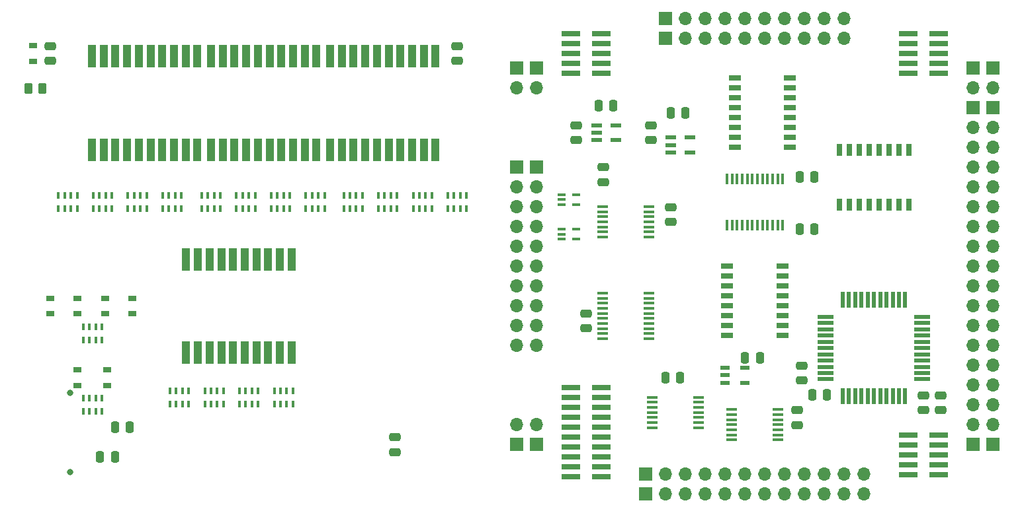
<source format=gbr>
%TF.GenerationSoftware,KiCad,Pcbnew,(6.0.5)*%
%TF.CreationDate,2022-08-09T14:26:54+02:00*%
%TF.ProjectId,MPU Signals,4d505520-5369-4676-9e61-6c732e6b6963,rev?*%
%TF.SameCoordinates,Original*%
%TF.FileFunction,Soldermask,Top*%
%TF.FilePolarity,Negative*%
%FSLAX46Y46*%
G04 Gerber Fmt 4.6, Leading zero omitted, Abs format (unit mm)*
G04 Created by KiCad (PCBNEW (6.0.5)) date 2022-08-09 14:26:54*
%MOMM*%
%LPD*%
G01*
G04 APERTURE LIST*
G04 Aperture macros list*
%AMRoundRect*
0 Rectangle with rounded corners*
0 $1 Rounding radius*
0 $2 $3 $4 $5 $6 $7 $8 $9 X,Y pos of 4 corners*
0 Add a 4 corners polygon primitive as box body*
4,1,4,$2,$3,$4,$5,$6,$7,$8,$9,$2,$3,0*
0 Add four circle primitives for the rounded corners*
1,1,$1+$1,$2,$3*
1,1,$1+$1,$4,$5*
1,1,$1+$1,$6,$7*
1,1,$1+$1,$8,$9*
0 Add four rect primitives between the rounded corners*
20,1,$1+$1,$2,$3,$4,$5,0*
20,1,$1+$1,$4,$5,$6,$7,0*
20,1,$1+$1,$6,$7,$8,$9,0*
20,1,$1+$1,$8,$9,$2,$3,0*%
G04 Aperture macros list end*
%ADD10R,1.700000X1.700000*%
%ADD11O,1.700000X1.700000*%
%ADD12R,0.425000X0.900000*%
%ADD13RoundRect,0.250000X0.475000X-0.250000X0.475000X0.250000X-0.475000X0.250000X-0.475000X-0.250000X0*%
%ADD14R,1.000000X3.000000*%
%ADD15RoundRect,0.250000X-0.475000X0.250000X-0.475000X-0.250000X0.475000X-0.250000X0.475000X0.250000X0*%
%ADD16R,1.000000X0.800000*%
%ADD17RoundRect,0.250000X0.250000X0.475000X-0.250000X0.475000X-0.250000X-0.475000X0.250000X-0.475000X0*%
%ADD18R,1.050000X0.400000*%
%ADD19R,1.475000X0.450000*%
%ADD20R,1.400000X0.600000*%
%ADD21RoundRect,0.250000X0.262500X0.450000X-0.262500X0.450000X-0.262500X-0.450000X0.262500X-0.450000X0*%
%ADD22R,2.400000X0.650000*%
%ADD23R,0.450000X1.475000*%
%ADD24RoundRect,0.250000X-0.250000X-0.475000X0.250000X-0.475000X0.250000X0.475000X-0.250000X0.475000X0*%
%ADD25R,0.650000X1.550000*%
%ADD26R,1.550000X0.650000*%
%ADD27R,1.250000X0.600000*%
%ADD28RoundRect,0.137500X0.137500X0.912500X-0.137500X0.912500X-0.137500X-0.912500X0.137500X-0.912500X0*%
%ADD29RoundRect,0.137500X0.912500X0.137500X-0.912500X0.137500X-0.912500X-0.137500X0.912500X-0.137500X0*%
%ADD30C,0.800000*%
G04 APERTURE END LIST*
D10*
%TO.C,J14*%
X146055000Y-77470000D03*
D11*
X148595000Y-77470000D03*
X151135000Y-77470000D03*
X153675000Y-77470000D03*
X156215000Y-77470000D03*
X158755000Y-77470000D03*
X161295000Y-77470000D03*
X163835000Y-77470000D03*
X166375000Y-77470000D03*
X168915000Y-77470000D03*
%TD*%
D10*
%TO.C,J13*%
X146055000Y-74930000D03*
D11*
X148595000Y-74930000D03*
X151135000Y-74930000D03*
X153675000Y-74930000D03*
X156215000Y-74930000D03*
X158755000Y-74930000D03*
X161295000Y-74930000D03*
X163835000Y-74930000D03*
X166375000Y-74930000D03*
X168915000Y-74930000D03*
%TD*%
D12*
%TO.C,RN13*%
X75177500Y-97575000D03*
X74377500Y-97575000D03*
X73577500Y-97575000D03*
X72777500Y-97575000D03*
X72777500Y-99275000D03*
X73577500Y-99275000D03*
X74377500Y-99275000D03*
X75177500Y-99275000D03*
%TD*%
D13*
%TO.C,C2*%
X134620000Y-90469000D03*
X134620000Y-88569000D03*
%TD*%
D12*
%TO.C,RN19*%
X118180000Y-99275000D03*
X118980000Y-99275000D03*
X119780000Y-99275000D03*
X120580000Y-99275000D03*
X120580000Y-97575000D03*
X119780000Y-97575000D03*
X118980000Y-97575000D03*
X118180000Y-97575000D03*
%TD*%
D14*
%TO.C,DS1*%
X84690000Y-117760000D03*
X86190000Y-117760000D03*
X87690000Y-117760000D03*
X89190000Y-117760000D03*
X90690000Y-117760000D03*
X92190000Y-117760000D03*
X93690000Y-117760000D03*
X95190000Y-117760000D03*
X96690000Y-117760000D03*
X98190000Y-117760000D03*
X98190000Y-105760000D03*
X96690000Y-105760000D03*
X95190000Y-105760000D03*
X93690000Y-105760000D03*
X92190000Y-105760000D03*
X90690000Y-105760000D03*
X89190000Y-105760000D03*
X87690000Y-105760000D03*
X86190000Y-105760000D03*
X84690000Y-105760000D03*
%TD*%
D15*
%TO.C,C14*%
X162877500Y-125113500D03*
X162877500Y-127013500D03*
%TD*%
D12*
%TO.C,RN15*%
X100012500Y-99275000D03*
X100812500Y-99275000D03*
X101612500Y-99275000D03*
X102412500Y-99275000D03*
X102412500Y-97575000D03*
X101612500Y-97575000D03*
X100812500Y-97575000D03*
X100012500Y-97575000D03*
%TD*%
D16*
%TO.C,LED8*%
X70802500Y-112760000D03*
X70802500Y-110760000D03*
%TD*%
D17*
%TO.C,C16*%
X147936500Y-120967500D03*
X146036500Y-120967500D03*
%TD*%
D18*
%TO.C,IC15*%
X132717500Y-97457500D03*
X132717500Y-98107500D03*
X132717500Y-98757500D03*
X134617500Y-98757500D03*
X134617500Y-97457500D03*
%TD*%
D12*
%TO.C,RN4*%
X71507500Y-116102500D03*
X72307500Y-116102500D03*
X73107500Y-116102500D03*
X73907500Y-116102500D03*
X73907500Y-114402500D03*
X73107500Y-114402500D03*
X72307500Y-114402500D03*
X71507500Y-114402500D03*
%TD*%
D19*
%TO.C,IC8*%
X144382000Y-123462500D03*
X144382000Y-124112500D03*
X144382000Y-124762500D03*
X144382000Y-125412500D03*
X144382000Y-126062500D03*
X144382000Y-126712500D03*
X144382000Y-127362500D03*
X150258000Y-127362500D03*
X150258000Y-126712500D03*
X150258000Y-126062500D03*
X150258000Y-125412500D03*
X150258000Y-124762500D03*
X150258000Y-124112500D03*
X150258000Y-123462500D03*
%TD*%
D12*
%TO.C,RN10*%
X77222500Y-99275000D03*
X78022500Y-99275000D03*
X78822500Y-99275000D03*
X79622500Y-99275000D03*
X79622500Y-97575000D03*
X78822500Y-97575000D03*
X78022500Y-97575000D03*
X77222500Y-97575000D03*
%TD*%
D20*
%TO.C,IC17*%
X146705000Y-90172500D03*
X146705000Y-91122500D03*
X146705000Y-92072500D03*
X149205000Y-92072500D03*
X149205000Y-90172500D03*
%TD*%
D21*
%TO.C,R3*%
X66317500Y-83830000D03*
X64492500Y-83830000D03*
%TD*%
D13*
%TO.C,C19*%
X138112500Y-95866500D03*
X138112500Y-93966500D03*
%TD*%
D22*
%TO.C,J22*%
X177120000Y-76860000D03*
X177120000Y-78130000D03*
X177120000Y-79400000D03*
X177120000Y-80670000D03*
X177120000Y-81940000D03*
X181020000Y-81940000D03*
X181020000Y-80670000D03*
X181020000Y-79400000D03*
X181020000Y-78130000D03*
X181020000Y-76860000D03*
%TD*%
%TO.C,J20*%
X133940000Y-122237500D03*
X133940000Y-123507500D03*
X133940000Y-124777500D03*
X133940000Y-126047500D03*
X133940000Y-127317500D03*
X133940000Y-128587500D03*
X133940000Y-129857500D03*
X133940000Y-131127500D03*
X133940000Y-132397500D03*
X133940000Y-133667500D03*
X137840000Y-133667500D03*
X137840000Y-132397500D03*
X137840000Y-131127500D03*
X137840000Y-129857500D03*
X137840000Y-128587500D03*
X137840000Y-127317500D03*
X137840000Y-126047500D03*
X137840000Y-124777500D03*
X137840000Y-123507500D03*
X137840000Y-122237500D03*
%TD*%
D23*
%TO.C,IC4*%
X161055000Y-95487000D03*
X160405000Y-95487000D03*
X159755000Y-95487000D03*
X159105000Y-95487000D03*
X158455000Y-95487000D03*
X157805000Y-95487000D03*
X157155000Y-95487000D03*
X156505000Y-95487000D03*
X155855000Y-95487000D03*
X155205000Y-95487000D03*
X154555000Y-95487000D03*
X153905000Y-95487000D03*
X153905000Y-101363000D03*
X154555000Y-101363000D03*
X155205000Y-101363000D03*
X155855000Y-101363000D03*
X156505000Y-101363000D03*
X157155000Y-101363000D03*
X157805000Y-101363000D03*
X158455000Y-101363000D03*
X159105000Y-101363000D03*
X159755000Y-101363000D03*
X160405000Y-101363000D03*
X161055000Y-101363000D03*
%TD*%
D24*
%TO.C,C24*%
X73678500Y-131127500D03*
X75578500Y-131127500D03*
%TD*%
D12*
%TO.C,RN12*%
X70732500Y-97575000D03*
X69932500Y-97575000D03*
X69132500Y-97575000D03*
X68332500Y-97575000D03*
X68332500Y-99275000D03*
X69132500Y-99275000D03*
X69932500Y-99275000D03*
X70732500Y-99275000D03*
%TD*%
D22*
%TO.C,J24*%
X177120000Y-128295000D03*
X177120000Y-129565000D03*
X177120000Y-130835000D03*
X177120000Y-132105000D03*
X177120000Y-133375000D03*
X181020000Y-133375000D03*
X181020000Y-132105000D03*
X181020000Y-130835000D03*
X181020000Y-129565000D03*
X181020000Y-128295000D03*
%TD*%
D25*
%TO.C,RN3*%
X168275000Y-98798000D03*
X169545000Y-98798000D03*
X170815000Y-98798000D03*
X172085000Y-98798000D03*
X173355000Y-98798000D03*
X174625000Y-98798000D03*
X175895000Y-98798000D03*
X177165000Y-98798000D03*
X177165000Y-91702000D03*
X175895000Y-91702000D03*
X174625000Y-91702000D03*
X173355000Y-91702000D03*
X172085000Y-91702000D03*
X170815000Y-91702000D03*
X169545000Y-91702000D03*
X168275000Y-91702000D03*
%TD*%
D15*
%TO.C,C13*%
X146685000Y-99078500D03*
X146685000Y-100978500D03*
%TD*%
D16*
%TO.C,LED9*%
X67310000Y-112760000D03*
X67310000Y-110760000D03*
%TD*%
D18*
%TO.C,IC16*%
X132717500Y-101902500D03*
X132717500Y-102552500D03*
X132717500Y-103202500D03*
X134617500Y-103202500D03*
X134617500Y-101902500D03*
%TD*%
D12*
%TO.C,RN11*%
X81667500Y-99275000D03*
X82467500Y-99275000D03*
X83267500Y-99275000D03*
X84067500Y-99275000D03*
X84067500Y-97575000D03*
X83267500Y-97575000D03*
X82467500Y-97575000D03*
X81667500Y-97575000D03*
%TD*%
D19*
%TO.C,IC3*%
X143908000Y-115955000D03*
X143908000Y-115305000D03*
X143908000Y-114655000D03*
X143908000Y-114005000D03*
X143908000Y-113355000D03*
X143908000Y-112705000D03*
X143908000Y-112055000D03*
X143908000Y-111405000D03*
X143908000Y-110755000D03*
X143908000Y-110105000D03*
X138032000Y-110105000D03*
X138032000Y-110755000D03*
X138032000Y-111405000D03*
X138032000Y-112055000D03*
X138032000Y-112705000D03*
X138032000Y-113355000D03*
X138032000Y-114005000D03*
X138032000Y-114655000D03*
X138032000Y-115305000D03*
X138032000Y-115955000D03*
%TD*%
D12*
%TO.C,RN7*%
X95955000Y-124357500D03*
X96755000Y-124357500D03*
X97555000Y-124357500D03*
X98355000Y-124357500D03*
X98355000Y-122657500D03*
X97555000Y-122657500D03*
X96755000Y-122657500D03*
X95955000Y-122657500D03*
%TD*%
%TO.C,RN18*%
X113735000Y-99275000D03*
X114535000Y-99275000D03*
X115335000Y-99275000D03*
X116135000Y-99275000D03*
X116135000Y-97575000D03*
X115335000Y-97575000D03*
X114535000Y-97575000D03*
X113735000Y-97575000D03*
%TD*%
D22*
%TO.C,J17*%
X133940000Y-76860000D03*
X133940000Y-78130000D03*
X133940000Y-79400000D03*
X133940000Y-80670000D03*
X133940000Y-81940000D03*
X137840000Y-81940000D03*
X137840000Y-80670000D03*
X137840000Y-79400000D03*
X137840000Y-78130000D03*
X137840000Y-76860000D03*
%TD*%
D24*
%TO.C,C18*%
X156228500Y-118427500D03*
X158128500Y-118427500D03*
%TD*%
D16*
%TO.C,LED1*%
X65087500Y-80359000D03*
X65087500Y-78359000D03*
%TD*%
D26*
%TO.C,RN5*%
X161980500Y-91440000D03*
X161980500Y-90170000D03*
X161980500Y-88900000D03*
X161980500Y-87630000D03*
X161980500Y-86360000D03*
X161980500Y-85090000D03*
X161980500Y-83820000D03*
X161980500Y-82550000D03*
X154884500Y-82550000D03*
X154884500Y-83820000D03*
X154884500Y-85090000D03*
X154884500Y-86360000D03*
X154884500Y-87630000D03*
X154884500Y-88900000D03*
X154884500Y-90170000D03*
X154884500Y-91440000D03*
%TD*%
D24*
%TO.C,C20*%
X163213500Y-95250000D03*
X165113500Y-95250000D03*
%TD*%
D12*
%TO.C,RN17*%
X97967500Y-97575000D03*
X97167500Y-97575000D03*
X96367500Y-97575000D03*
X95567500Y-97575000D03*
X95567500Y-99275000D03*
X96367500Y-99275000D03*
X97167500Y-99275000D03*
X97967500Y-99275000D03*
%TD*%
D16*
%TO.C,LED2*%
X74612500Y-121967500D03*
X74612500Y-119967500D03*
%TD*%
D15*
%TO.C,C22*%
X67310000Y-78441000D03*
X67310000Y-80341000D03*
%TD*%
D13*
%TO.C,C1*%
X144163500Y-90469000D03*
X144163500Y-88569000D03*
%TD*%
D24*
%TO.C,C10*%
X164801000Y-123190000D03*
X166701000Y-123190000D03*
%TD*%
%TO.C,C21*%
X75583500Y-127317500D03*
X77483500Y-127317500D03*
%TD*%
D14*
%TO.C,DS2*%
X72625000Y-91725000D03*
X74125000Y-91725000D03*
X75625000Y-91725000D03*
X77125000Y-91725000D03*
X78625000Y-91725000D03*
X80125000Y-91725000D03*
X81625000Y-91725000D03*
X83125000Y-91725000D03*
X84625000Y-91725000D03*
X86125000Y-91725000D03*
X86125000Y-79725000D03*
X84625000Y-79725000D03*
X83125000Y-79725000D03*
X81625000Y-79725000D03*
X80125000Y-79725000D03*
X78625000Y-79725000D03*
X77125000Y-79725000D03*
X75625000Y-79725000D03*
X74125000Y-79725000D03*
X72625000Y-79725000D03*
%TD*%
D27*
%TO.C,IC7*%
X153690000Y-119700000D03*
X153690000Y-120650000D03*
X153690000Y-121600000D03*
X156190000Y-121600000D03*
X156190000Y-119700000D03*
%TD*%
D15*
%TO.C,C9*%
X163512500Y-119398500D03*
X163512500Y-121298500D03*
%TD*%
%TO.C,C11*%
X179070000Y-123208500D03*
X179070000Y-125108500D03*
%TD*%
D13*
%TO.C,C17*%
X135890000Y-114599000D03*
X135890000Y-112699000D03*
%TD*%
D16*
%TO.C,LED7*%
X74295000Y-112760000D03*
X74295000Y-110760000D03*
%TD*%
D12*
%TO.C,RN21*%
X111690000Y-97575000D03*
X110890000Y-97575000D03*
X110090000Y-97575000D03*
X109290000Y-97575000D03*
X109290000Y-99275000D03*
X110090000Y-99275000D03*
X110890000Y-99275000D03*
X111690000Y-99275000D03*
%TD*%
%TO.C,RN8*%
X85020000Y-122657500D03*
X84220000Y-122657500D03*
X83420000Y-122657500D03*
X82620000Y-122657500D03*
X82620000Y-124357500D03*
X83420000Y-124357500D03*
X84220000Y-124357500D03*
X85020000Y-124357500D03*
%TD*%
D20*
%TO.C,IC1*%
X137198500Y-88585000D03*
X137198500Y-89535000D03*
X137198500Y-90485000D03*
X139698500Y-90485000D03*
X139698500Y-88585000D03*
%TD*%
D12*
%TO.C,RN20*%
X107245000Y-97575000D03*
X106445000Y-97575000D03*
X105645000Y-97575000D03*
X104845000Y-97575000D03*
X104845000Y-99275000D03*
X105645000Y-99275000D03*
X106445000Y-99275000D03*
X107245000Y-99275000D03*
%TD*%
D17*
%TO.C,C4*%
X148571500Y-86995000D03*
X146671500Y-86995000D03*
%TD*%
D15*
%TO.C,C23*%
X111442500Y-128606000D03*
X111442500Y-130506000D03*
%TD*%
D17*
%TO.C,C5*%
X139382500Y-86042500D03*
X137482500Y-86042500D03*
%TD*%
D12*
%TO.C,RN16*%
X89077500Y-97575000D03*
X88277500Y-97575000D03*
X87477500Y-97575000D03*
X86677500Y-97575000D03*
X86677500Y-99275000D03*
X87477500Y-99275000D03*
X88277500Y-99275000D03*
X89077500Y-99275000D03*
%TD*%
D14*
%TO.C,DS3*%
X87865000Y-91725000D03*
X89365000Y-91725000D03*
X90865000Y-91725000D03*
X92365000Y-91725000D03*
X93865000Y-91725000D03*
X95365000Y-91725000D03*
X96865000Y-91725000D03*
X98365000Y-91725000D03*
X99865000Y-91725000D03*
X101365000Y-91725000D03*
X101365000Y-79725000D03*
X99865000Y-79725000D03*
X98365000Y-79725000D03*
X96865000Y-79725000D03*
X95365000Y-79725000D03*
X93865000Y-79725000D03*
X92365000Y-79725000D03*
X90865000Y-79725000D03*
X89365000Y-79725000D03*
X87865000Y-79725000D03*
%TD*%
D12*
%TO.C,RN14*%
X91122500Y-99275000D03*
X91922500Y-99275000D03*
X92722500Y-99275000D03*
X93522500Y-99275000D03*
X93522500Y-97575000D03*
X92722500Y-97575000D03*
X91922500Y-97575000D03*
X91122500Y-97575000D03*
%TD*%
D15*
%TO.C,C12*%
X181292500Y-123208500D03*
X181292500Y-125108500D03*
%TD*%
D12*
%TO.C,RN9*%
X89465000Y-122657500D03*
X88665000Y-122657500D03*
X87865000Y-122657500D03*
X87065000Y-122657500D03*
X87065000Y-124357500D03*
X87865000Y-124357500D03*
X88665000Y-124357500D03*
X89465000Y-124357500D03*
%TD*%
%TO.C,RN6*%
X91510000Y-124357500D03*
X92310000Y-124357500D03*
X93110000Y-124357500D03*
X93910000Y-124357500D03*
X93910000Y-122657500D03*
X93110000Y-122657500D03*
X92310000Y-122657500D03*
X91510000Y-122657500D03*
%TD*%
D16*
%TO.C,LED5*%
X70802500Y-121967500D03*
X70802500Y-119967500D03*
%TD*%
D12*
%TO.C,RN2*%
X71507500Y-125310000D03*
X72307500Y-125310000D03*
X73107500Y-125310000D03*
X73907500Y-125310000D03*
X73907500Y-123610000D03*
X73107500Y-123610000D03*
X72307500Y-123610000D03*
X71507500Y-123610000D03*
%TD*%
D24*
%TO.C,C15*%
X163213500Y-101917500D03*
X165113500Y-101917500D03*
%TD*%
D19*
%TO.C,IC5*%
X138032000Y-99015000D03*
X138032000Y-99665000D03*
X138032000Y-100315000D03*
X138032000Y-100965000D03*
X138032000Y-101615000D03*
X138032000Y-102265000D03*
X138032000Y-102915000D03*
X143908000Y-102915000D03*
X143908000Y-102265000D03*
X143908000Y-101615000D03*
X143908000Y-100965000D03*
X143908000Y-100315000D03*
X143908000Y-99665000D03*
X143908000Y-99015000D03*
%TD*%
D16*
%TO.C,LED3*%
X77787500Y-110760000D03*
X77787500Y-112760000D03*
%TD*%
D15*
%TO.C,C25*%
X119380000Y-78441000D03*
X119380000Y-80341000D03*
%TD*%
D19*
%TO.C,IC6*%
X154542000Y-125050000D03*
X154542000Y-125700000D03*
X154542000Y-126350000D03*
X154542000Y-127000000D03*
X154542000Y-127650000D03*
X154542000Y-128300000D03*
X154542000Y-128950000D03*
X160418000Y-128950000D03*
X160418000Y-128300000D03*
X160418000Y-127650000D03*
X160418000Y-127000000D03*
X160418000Y-126350000D03*
X160418000Y-125700000D03*
X160418000Y-125050000D03*
%TD*%
D26*
%TO.C,RN1*%
X161028000Y-115570000D03*
X161028000Y-114300000D03*
X161028000Y-113030000D03*
X161028000Y-111760000D03*
X161028000Y-110490000D03*
X161028000Y-109220000D03*
X161028000Y-107950000D03*
X161028000Y-106680000D03*
X153932000Y-106680000D03*
X153932000Y-107950000D03*
X153932000Y-109220000D03*
X153932000Y-110490000D03*
X153932000Y-111760000D03*
X153932000Y-113030000D03*
X153932000Y-114300000D03*
X153932000Y-115570000D03*
%TD*%
D14*
%TO.C,DS4*%
X103105000Y-91725000D03*
X104605000Y-91725000D03*
X106105000Y-91725000D03*
X107605000Y-91725000D03*
X109105000Y-91725000D03*
X110605000Y-91725000D03*
X112105000Y-91725000D03*
X113605000Y-91725000D03*
X115105000Y-91725000D03*
X116605000Y-91725000D03*
X116605000Y-79725000D03*
X115105000Y-79725000D03*
X113605000Y-79725000D03*
X112105000Y-79725000D03*
X110605000Y-79725000D03*
X109105000Y-79725000D03*
X107605000Y-79725000D03*
X106105000Y-79725000D03*
X104605000Y-79725000D03*
X103105000Y-79725000D03*
%TD*%
D28*
%TO.C,IC2*%
X172720000Y-123357500D03*
X173520000Y-123357500D03*
X174320000Y-123357500D03*
X175120000Y-123357500D03*
X175920000Y-123357500D03*
X176720000Y-123357500D03*
D29*
X178920000Y-121157500D03*
X178920000Y-120357500D03*
X178920000Y-119557500D03*
X178920000Y-118757500D03*
X178920000Y-117957500D03*
X178920000Y-117157500D03*
X178920000Y-116357500D03*
X178920000Y-115557500D03*
X178920000Y-114757500D03*
X178920000Y-113957500D03*
X178920000Y-113157500D03*
D28*
X176720000Y-110957500D03*
X175920000Y-110957500D03*
X175120000Y-110957500D03*
X174320000Y-110957500D03*
X173520000Y-110957500D03*
X172720000Y-110957500D03*
X171920000Y-110957500D03*
X171120000Y-110957500D03*
X170320000Y-110957500D03*
X169520000Y-110957500D03*
X168720000Y-110957500D03*
D29*
X166520000Y-113157500D03*
X166520000Y-113957500D03*
X166520000Y-114757500D03*
X166520000Y-115557500D03*
X166520000Y-116357500D03*
X166520000Y-117157500D03*
X166520000Y-117957500D03*
X166520000Y-118757500D03*
X166520000Y-119557500D03*
X166520000Y-120357500D03*
X166520000Y-121157500D03*
D28*
X168720000Y-123357500D03*
X169520000Y-123357500D03*
X170320000Y-123357500D03*
X171120000Y-123357500D03*
X171920000Y-123357500D03*
%TD*%
D10*
%TO.C,J15*%
X143510000Y-133350000D03*
D11*
X146050000Y-133350000D03*
X148590000Y-133350000D03*
X151130000Y-133350000D03*
X153670000Y-133350000D03*
X156210000Y-133350000D03*
X158750000Y-133350000D03*
X161290000Y-133350000D03*
X163830000Y-133350000D03*
X166370000Y-133350000D03*
X168910000Y-133350000D03*
X171450000Y-133350000D03*
%TD*%
D10*
%TO.C,J8*%
X187960000Y-129540000D03*
D11*
X187960000Y-127000000D03*
%TD*%
D10*
%TO.C,J9*%
X185420000Y-81280000D03*
D11*
X185420000Y-83820000D03*
%TD*%
D10*
%TO.C,J2*%
X129540000Y-129540000D03*
D11*
X129540000Y-127000000D03*
%TD*%
D10*
%TO.C,J6*%
X187960000Y-81280000D03*
D11*
X187960000Y-83820000D03*
%TD*%
D30*
%TO.C,J19*%
X69850008Y-133032500D03*
X69850008Y-122872500D03*
%TD*%
D10*
%TO.C,J10*%
X185420000Y-129540000D03*
D11*
X185420000Y-127000000D03*
%TD*%
D10*
%TO.C,J7*%
X187960000Y-86360000D03*
D11*
X187960000Y-88900000D03*
X187960000Y-91440000D03*
X187960000Y-93980000D03*
X187960000Y-96520000D03*
X187960000Y-99060000D03*
X187960000Y-101600000D03*
X187960000Y-104140000D03*
X187960000Y-106680000D03*
X187960000Y-109220000D03*
X187960000Y-111760000D03*
X187960000Y-114300000D03*
X187960000Y-116840000D03*
X187960000Y-119380000D03*
X187960000Y-121920000D03*
X187960000Y-124460000D03*
%TD*%
D10*
%TO.C,J3*%
X127000000Y-81280000D03*
D11*
X127000000Y-83820000D03*
%TD*%
D10*
%TO.C,J1*%
X129540000Y-81280000D03*
D11*
X129540000Y-83820000D03*
%TD*%
D10*
%TO.C,J16*%
X143510000Y-135890000D03*
D11*
X146050000Y-135890000D03*
X148590000Y-135890000D03*
X151130000Y-135890000D03*
X153670000Y-135890000D03*
X156210000Y-135890000D03*
X158750000Y-135890000D03*
X161290000Y-135890000D03*
X163830000Y-135890000D03*
X166370000Y-135890000D03*
X168910000Y-135890000D03*
X171450000Y-135890000D03*
%TD*%
D10*
%TO.C,J11*%
X129540000Y-93980000D03*
D11*
X129540000Y-96520000D03*
X129540000Y-99060000D03*
X129540000Y-101600000D03*
X129540000Y-104140000D03*
X129540000Y-106680000D03*
X129540000Y-109220000D03*
X129540000Y-111760000D03*
X129540000Y-114300000D03*
X129540000Y-116840000D03*
%TD*%
D10*
%TO.C,J5*%
X127000000Y-129540000D03*
D11*
X127000000Y-127000000D03*
%TD*%
D10*
%TO.C,J4*%
X127000000Y-93980000D03*
D11*
X127000000Y-96520000D03*
X127000000Y-99060000D03*
X127000000Y-101600000D03*
X127000000Y-104140000D03*
X127000000Y-106680000D03*
X127000000Y-109220000D03*
X127000000Y-111760000D03*
X127000000Y-114300000D03*
X127000000Y-116840000D03*
%TD*%
D10*
%TO.C,J12*%
X185420000Y-86360000D03*
D11*
X185420000Y-88900000D03*
X185420000Y-91440000D03*
X185420000Y-93980000D03*
X185420000Y-96520000D03*
X185420000Y-99060000D03*
X185420000Y-101600000D03*
X185420000Y-104140000D03*
X185420000Y-106680000D03*
X185420000Y-109220000D03*
X185420000Y-111760000D03*
X185420000Y-114300000D03*
X185420000Y-116840000D03*
X185420000Y-119380000D03*
X185420000Y-121920000D03*
X185420000Y-124460000D03*
%TD*%
M02*

</source>
